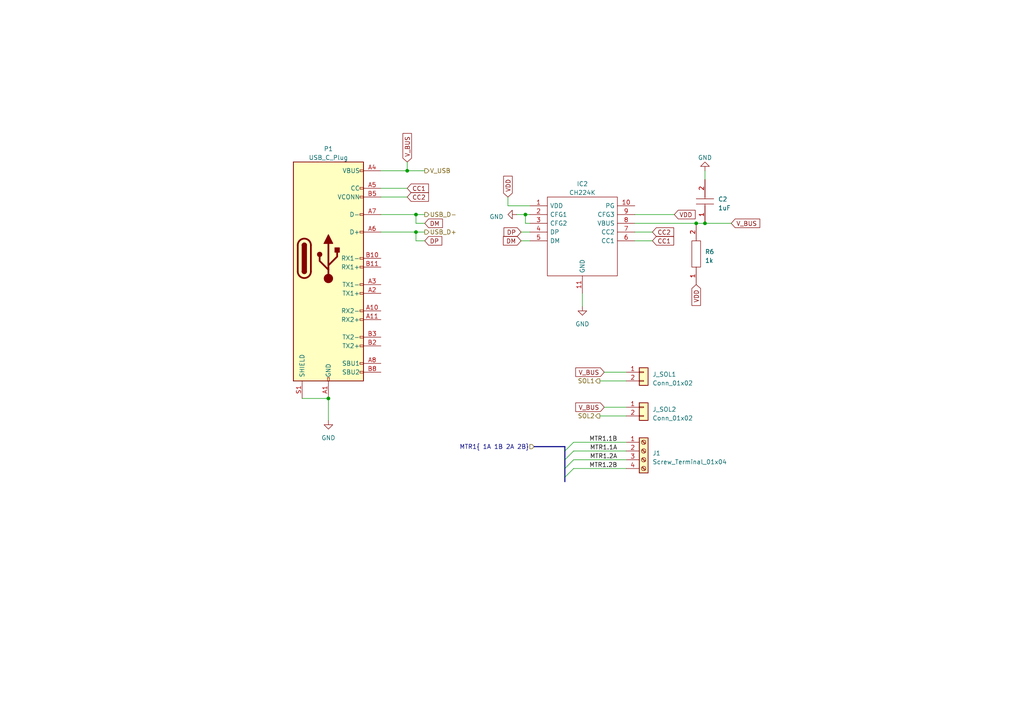
<source format=kicad_sch>
(kicad_sch (version 20230121) (generator eeschema)
  (paper "A4")
  (lib_symbols
    (symbol "Connector:Screw_Terminal_01x04" (pin_names (offset 1.016) hide)
      (property "Reference" "J" (at 0 5.08 0))
      (property "Value" "Screw_Terminal_01x04" (at 0 -7.62 0))
      (symbol "Screw_Terminal_01x04_1_1"
        (rectangle (start -1.27 3.81) (end 1.27 -6.35) (stroke (width 0.254)) (fill (type background)))
        (circle (center 0 -5.08) (radius 0.635) (stroke (width 0.1524)))
        (circle (center 0 -2.54) (radius 0.635) (stroke (width 0.1524)))
        (polyline (pts (xy -0.5334 -4.7498) (xy 0.3302 -5.588)) (stroke (width 0.1524)))
        (polyline (pts (xy -0.5334 -2.2098) (xy 0.3302 -3.048)) (stroke (width 0.1524)))
        (polyline (pts (xy -0.5334 0.3302) (xy 0.3302 -0.508)) (stroke (width 0.1524)))
        (polyline (pts (xy -0.5334 2.8702) (xy 0.3302 2.032)) (stroke (width 0.1524)))
        (polyline (pts (xy -0.3556 -4.572) (xy 0.508 -5.4102)) (stroke (width 0.1524)))
        (polyline (pts (xy -0.3556 -2.032) (xy 0.508 -2.8702)) (stroke (width 0.1524)))
        (polyline (pts (xy -0.3556 0.508) (xy 0.508 -0.3302)) (stroke (width 0.1524)))
        (polyline (pts (xy -0.3556 3.048) (xy 0.508 2.2098)) (stroke (width 0.1524)))
        (circle (center 0 0) (radius 0.635) (stroke (width 0.1524)))
        (circle (center 0 2.54) (radius 0.635) (stroke (width 0.1524)))
        (pin passive line (at -5.08 2.54 0) (length 3.81) (name "Pin_1") (number "1"))
        (pin passive line (at -5.08 0 0) (length 3.81) (name "Pin_2") (number "2"))
        (pin passive line (at -5.08 -2.54 0) (length 3.81) (name "Pin_3") (number "3"))
        (pin passive line (at -5.08 -5.08 0) (length 3.81) (name "Pin_4") (number "4"))
      )
    )
    (symbol "Connector:USB_C_Plug" (pin_names (offset 1.016))
      (property "Reference" "P" (at -10.16 29.21 0))
      (property "Value" "USB_C_Plug" (at 10.16 29.21 0))
      (symbol "USB_C_Plug_0_0"
        (rectangle (start -0.254 -35.56) (end 0.254 -34.544))
        (rectangle (start 10.16 -32.766) (end 9.144 -33.274))
        (rectangle (start 10.16 -30.226) (end 9.144 -30.734))
        (rectangle (start 10.16 -25.146) (end 9.144 -25.654))
        (rectangle (start 10.16 -22.606) (end 9.144 -23.114))
        (rectangle (start 10.16 -17.526) (end 9.144 -18.034))
        (rectangle (start 10.16 -14.986) (end 9.144 -15.494))
        (rectangle (start 10.16 -9.906) (end 9.144 -10.414))
        (rectangle (start 10.16 -7.366) (end 9.144 -7.874))
        (rectangle (start 10.16 -2.286) (end 9.144 -2.794))
        (rectangle (start 10.16 0.254) (end 9.144 -0.254))
        (rectangle (start 10.16 7.874) (end 9.144 7.366))
        (rectangle (start 10.16 12.954) (end 9.144 12.446))
        (rectangle (start 10.16 18.034) (end 9.144 17.526))
        (rectangle (start 10.16 20.574) (end 9.144 20.066))
        (rectangle (start 10.16 25.654) (end 9.144 25.146))
      )
      (symbol "USB_C_Plug_0_1"
        (rectangle (start -10.16 27.94) (end 10.16 -35.56) (stroke (width 0.254)) (fill (type background)))
        (arc (start -8.89 -3.81) (mid -6.985 -5.7067) (end -5.08 -3.81) (stroke (width 0.508)))
        (arc (start -7.62 -3.81) (mid -6.985 -4.4423) (end -6.35 -3.81) (stroke (width 0.254)))
        (arc (start -7.62 -3.81) (mid -6.985 -4.4423) (end -6.35 -3.81) (stroke (width 0.254)) (fill (type outline)))
        (rectangle (start -7.62 -3.81) (end -6.35 3.81) (stroke (width 0.254)) (fill (type outline)))
        (arc (start -6.35 3.81) (mid -6.985 4.4423) (end -7.62 3.81) (stroke (width 0.254)))
        (arc (start -6.35 3.81) (mid -6.985 4.4423) (end -7.62 3.81) (stroke (width 0.254)) (fill (type outline)))
        (arc (start -5.08 3.81) (mid -6.985 5.7067) (end -8.89 3.81) (stroke (width 0.508)))
        (polyline (pts (xy -8.89 -3.81) (xy -8.89 3.81)) (stroke (width 0.508)))
        (polyline (pts (xy -5.08 3.81) (xy -5.08 -3.81)) (stroke (width 0.508)))
      )
      (symbol "USB_C_Plug_1_1"
        (circle (center -2.54 1.143) (radius 0.635) (stroke (width 0.254)) (fill (type outline)))
        (circle (center 0 -5.842) (radius 1.27) (fill (type outline)))
        (polyline (pts (xy 0 -5.842) (xy 0 4.318)) (stroke (width 0.508)))
        (polyline (pts (xy 0 -3.302) (xy -2.54 -0.762) (xy -2.54 0.508)) (stroke (width 0.508)))
        (polyline (pts (xy 0 -2.032) (xy 2.54 0.508) (xy 2.54 1.778)) (stroke (width 0.508)))
        (polyline (pts (xy -1.27 4.318) (xy 0 6.858) (xy 1.27 4.318) (xy -1.27 4.318)) (stroke (width 0.254)) (fill (type outline)))
        (rectangle (start 1.905 1.778) (end 3.175 3.048) (stroke (width 0.254)) (fill (type outline)))
        (pin passive line (at 0 -40.64 90) (length 5.08) (name "GND") (number "A1"))
        (pin bidirectional line (at 15.24 -15.24 180) (length 5.08) (name "RX2-") (number "A10"))
        (pin bidirectional line (at 15.24 -17.78 180) (length 5.08) (name "RX2+") (number "A11"))
        (pin passive line (at 0 -40.64 90) (length 5.08) hide (name "GND") (number "A12"))
        (pin bidirectional line (at 15.24 -10.16 180) (length 5.08) (name "TX1+") (number "A2"))
        (pin bidirectional line (at 15.24 -7.62 180) (length 5.08) (name "TX1-") (number "A3"))
        (pin passive line (at 15.24 25.4 180) (length 5.08) (name "VBUS") (number "A4"))
        (pin bidirectional line (at 15.24 20.32 180) (length 5.08) (name "CC") (number "A5"))
        (pin bidirectional line (at 15.24 7.62 180) (length 5.08) (name "D+") (number "A6"))
        (pin bidirectional line (at 15.24 12.7 180) (length 5.08) (name "D-") (number "A7"))
        (pin bidirectional line (at 15.24 -30.48 180) (length 5.08) (name "SBU1") (number "A8"))
        (pin passive line (at 15.24 25.4 180) (length 5.08) hide (name "VBUS") (number "A9"))
        (pin passive line (at 0 -40.64 90) (length 5.08) hide (name "GND") (number "B1"))
        (pin bidirectional line (at 15.24 0 180) (length 5.08) (name "RX1-") (number "B10"))
        (pin bidirectional line (at 15.24 -2.54 180) (length 5.08) (name "RX1+") (number "B11"))
        (pin passive line (at 0 -40.64 90) (length 5.08) hide (name "GND") (number "B12"))
        (pin bidirectional line (at 15.24 -25.4 180) (length 5.08) (name "TX2+") (number "B2"))
        (pin bidirectional line (at 15.24 -22.86 180) (length 5.08) (name "TX2-") (number "B3"))
        (pin passive line (at 15.24 25.4 180) (length 5.08) hide (name "VBUS") (number "B4"))
        (pin bidirectional line (at 15.24 17.78 180) (length 5.08) (name "VCONN") (number "B5"))
        (pin bidirectional line (at 15.24 -33.02 180) (length 5.08) (name "SBU2") (number "B8"))
        (pin passive line (at 15.24 25.4 180) (length 5.08) hide (name "VBUS") (number "B9"))
        (pin passive line (at -7.62 -40.64 90) (length 5.08) (name "SHIELD") (number "S1"))
      )
    )
    (symbol "Connector_Generic:Conn_01x02" (pin_names (offset 1.016) hide)
      (property "Reference" "J" (at 0 2.54 0))
      (property "Value" "Conn_01x02" (at 0 -5.08 0))
      (symbol "Conn_01x02_1_1"
        (rectangle (start -1.27 -2.413) (end 0 -2.667) (stroke (width 0.1524)))
        (rectangle (start -1.27 0.127) (end 0 -0.127) (stroke (width 0.1524)))
        (rectangle (start -1.27 1.27) (end 1.27 -3.81) (stroke (width 0.254)) (fill (type background)))
        (pin passive line (at -5.08 0 0) (length 3.81) (name "Pin_1") (number "1"))
        (pin passive line (at -5.08 -2.54 0) (length 3.81) (name "Pin_2") (number "2"))
      )
    )
    (symbol "SamacSys_Parts:0402B102K500NT" (pin_names (offset 0.762))
      (property "Reference" "C" (at 8.89 6.35 0))
      (property "Value" "0402B102K500NT" (at 8.89 3.81 0))
      (symbol "0402B102K500NT_0_0"
        (pin passive line (at 0 0 0) (length 5.08) (name "~") (number "1"))
        (pin passive line (at 12.7 0 180) (length 5.08) (name "~") (number "2"))
      )
      (symbol "0402B102K500NT_0_1"
        (polyline (pts (xy 5.08 0) (xy 5.588 0)) (stroke (width 0.1524)))
        (polyline (pts (xy 5.588 2.54) (xy 5.588 -2.54)) (stroke (width 0.1524)))
        (polyline (pts (xy 7.112 0) (xy 7.62 0)) (stroke (width 0.1524)))
        (polyline (pts (xy 7.112 2.54) (xy 7.112 -2.54)) (stroke (width 0.1524)))
      )
    )
    (symbol "SamacSys_Parts:CH224K" (pin_names (offset 0.762))
      (property "Reference" "IC" (at 26.67 7.62 0))
      (property "Value" "CH224K" (at 26.67 5.08 0))
      (symbol "CH224K_0_0"
        (pin passive line (at 0 0 0) (length 5.08) (name "VDD") (number "1"))
        (pin passive line (at 30.48 0 180) (length 5.08) (name "PG") (number "10"))
        (pin passive line (at 15.24 -25.4 90) (length 5.08) (name "GND") (number "11"))
        (pin passive line (at 0 -2.54 0) (length 5.08) (name "CFG1") (number "2"))
        (pin passive line (at 0 -5.08 0) (length 5.08) (name "CFG2") (number "3"))
        (pin passive line (at 0 -7.62 0) (length 5.08) (name "DP") (number "4"))
        (pin passive line (at 0 -10.16 0) (length 5.08) (name "DM") (number "5"))
        (pin passive line (at 30.48 -10.16 180) (length 5.08) (name "CC1") (number "6"))
        (pin passive line (at 30.48 -7.62 180) (length 5.08) (name "CC2") (number "7"))
        (pin passive line (at 30.48 -5.08 180) (length 5.08) (name "VBUS") (number "8"))
        (pin passive line (at 30.48 -2.54 180) (length 5.08) (name "CFG3") (number "9"))
      )
      (symbol "CH224K_0_1"
        (polyline (pts (xy 5.08 2.54) (xy 25.4 2.54) (xy 25.4 -20.32) (xy 5.08 -20.32) (xy 5.08 2.54)) (stroke (width 0.1524)))
      )
    )
    (symbol "SamacSys_Parts:RMCF0603ZT0R00" (pin_names (offset 0.762))
      (property "Reference" "R" (at 13.97 6.35 0))
      (property "Value" "RMCF0603ZT0R00" (at 13.97 3.81 0))
      (symbol "RMCF0603ZT0R00_0_0"
        (pin passive line (at 0 0 0) (length 5.08) (name "~") (number "1"))
        (pin passive line (at 17.78 0 180) (length 5.08) (name "~") (number "2"))
      )
      (symbol "RMCF0603ZT0R00_0_1"
        (polyline (pts (xy 5.08 1.27) (xy 12.7 1.27) (xy 12.7 -1.27) (xy 5.08 -1.27) (xy 5.08 1.27)) (stroke (width 0.1524)))
      )
    )
    (symbol "power:GND" (power) (pin_names (offset 0))
      (property "Value" "GND" (at 0 -3.81 0))
      (symbol "GND_0_1"
        (polyline (pts (xy 0 0) (xy 0 -1.27) (xy 1.27 -1.27) (xy 0 -2.54) (xy -1.27 -1.27) (xy 0 -1.27)))
      )
      (symbol "GND_1_1"
        (pin power_in line (at 0 0 270) (length 0) hide (name "GND") (number "1"))
      )
    )
  )
  (junction (at 120.65 67.31))
  (junction (at 201.93 64.77))
  (junction (at 120.65 62.23))
  (junction (at 152.4 62.23))
  (junction (at 118.11 49.53))
  (junction (at 95.25 115.57))
  (junction (at 204.47 64.77))
  (bus_entry (at 163.83 135.89) (size 2.54 -2.54))
  (bus_entry (at 163.83 130.81) (size 2.54 -2.54))
  (bus_entry (at 163.83 138.43) (size 2.54 -2.54))
  (bus_entry (at 163.83 133.35) (size 2.54 -2.54))
  (wire (pts (xy 175.26 107.95) (xy 181.61 107.95)))
  (wire (pts (xy 147.32 59.69) (xy 153.67 59.69)))
  (wire (pts (xy 204.47 64.77) (xy 212.09 64.77)))
  (wire (pts (xy 110.49 67.31) (xy 120.65 67.31)))
  (bus (pts (xy 163.83 130.81) (xy 163.83 133.35)))
  (wire (pts (xy 173.99 110.49) (xy 181.61 110.49)))
  (bus (pts (xy 163.83 129.54) (xy 163.83 130.81)))
  (wire (pts (xy 153.67 64.77) (xy 152.4 64.77)))
  (wire (pts (xy 173.99 120.65) (xy 181.61 120.65)))
  (wire (pts (xy 120.65 67.31) (xy 123.19 67.31)))
  (wire (pts (xy 151.13 67.31) (xy 153.67 67.31)))
  (wire (pts (xy 151.13 69.85) (xy 153.67 69.85)))
  (wire (pts (xy 184.15 69.85) (xy 189.23 69.85)))
  (wire (pts (xy 152.4 62.23) (xy 153.67 62.23)))
  (wire (pts (xy 184.15 67.31) (xy 189.23 67.31)))
  (wire (pts (xy 118.11 49.53) (xy 123.19 49.53)))
  (wire (pts (xy 123.19 69.85) (xy 120.65 69.85)))
  (wire (pts (xy 120.65 64.77) (xy 120.65 62.23)))
  (wire (pts (xy 184.15 64.77) (xy 201.93 64.77)))
  (wire (pts (xy 120.65 69.85) (xy 120.65 67.31)))
  (wire (pts (xy 181.61 130.81) (xy 166.37 130.81)))
  (wire (pts (xy 110.49 57.15) (xy 118.11 57.15)))
  (wire (pts (xy 149.86 62.23) (xy 152.4 62.23)))
  (wire (pts (xy 201.93 64.77) (xy 204.47 64.77)))
  (wire (pts (xy 168.91 85.09) (xy 168.91 88.9)))
  (bus (pts (xy 163.83 135.89) (xy 163.83 138.43)))
  (wire (pts (xy 123.19 64.77) (xy 120.65 64.77)))
  (wire (pts (xy 87.63 115.57) (xy 95.25 115.57)))
  (wire (pts (xy 147.32 57.15) (xy 147.32 59.69)))
  (wire (pts (xy 120.65 62.23) (xy 123.19 62.23)))
  (wire (pts (xy 95.25 115.57) (xy 95.25 121.92)))
  (wire (pts (xy 110.49 54.61) (xy 118.11 54.61)))
  (wire (pts (xy 118.11 46.99) (xy 118.11 49.53)))
  (wire (pts (xy 110.49 49.53) (xy 118.11 49.53)))
  (wire (pts (xy 152.4 64.77) (xy 152.4 62.23)))
  (wire (pts (xy 175.26 118.11) (xy 181.61 118.11)))
  (wire (pts (xy 204.47 49.53) (xy 204.47 52.07)))
  (wire (pts (xy 181.61 135.89) (xy 166.37 135.89)))
  (wire (pts (xy 184.15 62.23) (xy 195.58 62.23)))
  (wire (pts (xy 181.61 128.27) (xy 166.37 128.27)))
  (bus (pts (xy 163.83 129.54) (xy 154.94 129.54)))
  (bus (pts (xy 163.83 133.35) (xy 163.83 135.89)))
  (bus (pts (xy 163.83 138.43) (xy 163.83 139.7)))
  (wire (pts (xy 181.61 133.35) (xy 166.37 133.35)))
  (wire (pts (xy 110.49 62.23) (xy 120.65 62.23)))
  (label "MTR1.2A" (at 179.07 133.35 180))
  (label "MTR1.1A" (at 179.07 130.81 180))
  (label "MTR1.2B" (at 179.07 135.89 180))
  (label "MTR1.1B" (at 179.07 128.27 180))
  (global_label "CC1" (shape input) (at 118.11 54.61 0) (property "Intersheetrefs" "${INTERSHEET_REFS}" (effects hide)))
  (global_label "CC1" (shape input) (at 189.23 69.85 0) (property "Intersheetrefs" "${INTERSHEET_REFS}" (effects hide)))
  (global_label "V_BUS" (shape input) (at 175.26 118.11 180) (property "Intersheetrefs" "${INTERSHEET_REFS}" (effects hide)))
  (global_label "V_BUS" (shape input) (at 212.09 64.77 0) (property "Intersheetrefs" "${INTERSHEET_REFS}" (effects hide)))
  (global_label "DP" (shape input) (at 123.19 69.85 0) (property "Intersheetrefs" "${INTERSHEET_REFS}" (effects hide)))
  (global_label "DM" (shape input) (at 151.13 69.85 180) (property "Intersheetrefs" "${INTERSHEET_REFS}" (effects hide)))
  (global_label "VDD" (shape input) (at 195.58 62.23 0) (property "Intersheetrefs" "${INTERSHEET_REFS}" (effects hide)))
  (global_label "VDD" (shape input) (at 201.93 82.55 270) (property "Intersheetrefs" "${INTERSHEET_REFS}" (effects hide)))
  (global_label "CC2" (shape input) (at 189.23 67.31 0) (property "Intersheetrefs" "${INTERSHEET_REFS}" (effects hide)))
  (global_label "DM" (shape input) (at 123.19 64.77 0) (property "Intersheetrefs" "${INTERSHEET_REFS}" (effects hide)))
  (global_label "CC2" (shape input) (at 118.11 57.15 0) (property "Intersheetrefs" "${INTERSHEET_REFS}" (effects hide)))
  (global_label "V_BUS" (shape input) (at 175.26 107.95 180) (property "Intersheetrefs" "${INTERSHEET_REFS}" (effects hide)))
  (global_label "VDD" (shape input) (at 147.32 57.15 90) (property "Intersheetrefs" "${INTERSHEET_REFS}" (effects hide)))
  (global_label "DP" (shape input) (at 151.13 67.31 180) (property "Intersheetrefs" "${INTERSHEET_REFS}" (effects hide)))
  (global_label "V_BUS" (shape input) (at 118.11 46.99 90) (property "Intersheetrefs" "${INTERSHEET_REFS}" (effects hide)))
  (hierarchical_label "MTR1{ 1A 1B 2A 2B}" (shape input) (at 154.94 129.54 180))
  (hierarchical_label "SOL1" (shape output) (at 173.99 110.49 180) (property "Intersheetrefs" "${INTERSHEET_REFS}" (effects hide)))
  (hierarchical_label "SOL2" (shape output) (at 173.99 120.65 180) (property "Intersheetrefs" "${INTERSHEET_REFS}" (effects hide)))
  (hierarchical_label "USB_D+" (shape output) (at 123.19 67.31 0) (property "Intersheetrefs" "${INTERSHEET_REFS}" (effects hide)))
  (hierarchical_label "USB_D-" (shape output) (at 123.19 62.23 0) (property "Intersheetrefs" "${INTERSHEET_REFS}" (effects hide)))
  (hierarchical_label "V_USB" (shape output) (at 123.19 49.53 0) (property "Intersheetrefs" "${INTERSHEET_REFS}" (effects hide)))
  (symbol (lib_id "Connector:Screw_Terminal_01x04") (at 186.69 130.81 0) (unit 1)
    (property "Reference" "J1" (at 189.23 131.445 0) (effects (justify left)))
    (property "Value" "Screw_Terminal_01x04" (at 189.23 133.985 0) (effects (justify left)))
  )
  (symbol (lib_id "Connector:USB_C_Plug") (at 95.25 74.93 0) (unit 1)
    (property "Reference" "P1" (at 95.25 43.18 0))
    (property "Value" "USB_C_Plug" (at 95.25 45.72 0))
    (property "Footprint" "Connector_USB:USB_C_Receptacle_GCT_USB4105-xx-A_16P_TopMnt_Horizontal" (effects hide))
    (property "Datasheet" "https://www.usb.org/sites/default/files/documents/usb_type-c.zip" (effects hide))
    (property "LCSC Part Number" "C2982555" (effects hide))
  )
  (symbol (lib_id "Connector_Generic:Conn_01x02") (at 186.69 118.11 0) (unit 1)
    (property "Reference" "J_SOL2" (at 189.23 118.745 0) (effects (justify left)))
    (property "Value" "Conn_01x02" (at 189.23 121.285 0) (effects (justify left)))
    (property "Footprint" "Connector_PinHeader_2.54mm:PinHeader_1x02_P2.54mm_Vertical" (effects hide))
  )
  (symbol (lib_id "SamacSys_Parts:0402B102K500NT") (at 204.47 64.77 90) (unit 1)
    (property "Reference" "C2" (at 208.28 57.785 90) (effects (justify right)))
    (property "Value" "1uF" (at 208.28 60.325 90) (effects (justify right)))
    (property "Footprint" "Capacitor_SMD:C_0603_1608Metric_Pad1.08x0.95mm_HandSolder" (effects hide))
    (property "Datasheet" "https://mm.digikey.com/Volume0/opasdata/d220001/medias/docus/609/CL10A105KA8NNNC_Spec.pdf" (effects hide))
    (property "Description" "CAP CER 1UF 25V X5R 0603" (effects hide))
    (property "Height" "0.55" (effects hide))
    (property "Manufacturer_Name" "YAGEO" (effects hide))
    (property "Manufacturer_Part_Number" "CL10A105KA8NNNC" (effects hide))
    (property "Mouser Part Number" "1276-1102-1-ND" (effects hide))
    (property "Digi-Key_PN" "1276-1102-1-ND" (effects hide))
    (property "LCSC Part Number" "C15849" (effects hide))
    (property "MPN" "C15849" (effects hide))
    (instances (project "Automated_Aquarium_v3" (path "" (reference "C2") (unit 1)) (path "" (reference "C12") (unit 1))) (project "Dot-LED" (path "" (reference "C3") (unit 1)) (path "" (reference "C17") (unit 1))))
  )
  (symbol (lib_id "SamacSys_Parts:RMCF0603ZT0R00") (at 201.93 82.55 90) (unit 1)
    (property "Reference" "R6" (at 204.47 73.025 90) (effects (justify right)))
    (property "Value" "1k" (at 204.47 75.565 90) (effects (justify right)))
    (property "Footprint" "RESC1608X55N" (effects hide))
    (property "Description" "RES, 0603, Jumper" (effects hide))
    (property "Height" "0.55" (effects hide))
    (property "Arrow Part Number" "RMCF0603ZT0R00" (effects hide))
    (property "Arrow Price/Stock" "https://www.arrow.com/en/products/rmcf0603zt0r00/stackpole-electronics?region=nac" (effects hide))
    (property "LCSC Part Number" "C22809" (effects hide))
    (property "MPN" "C22809" (effects hide))
    (instances (project "Automated_Aquarium_v3" (path "" (reference "R6") (unit 1)) (path "" (reference "R12") (unit 1))) (project "Dot-LED" (path "" (reference "R5") (unit 1))))
  )
  (symbol (lib_id "SamacSys_Parts:CH224K") (at 153.67 59.69 0) (unit 1)
    (property "Reference" "IC2" (at 168.91 53.34 0))
    (property "Value" "CH224K" (at 168.91 55.88 0))
    (property "Footprint" "SOP100P600X180-11N" (effects hide))
    (property "Datasheet" "https://datasheet.lcsc.com/lcsc/2204251615_WCH-Jiangsu-Qin-Heng-CH224K_C970725.pdf" (effects hide))
    (property "Description" "ESSOP-10 USB ICs ROHS" (effects hide))
    (property "Height" "1.8" (effects hide))
    (property "Manufacturer_Name" "WCH" (effects hide))
    (property "Manufacturer_Part_Number" "CH224K" (effects hide))
    (property "LCSC Part Number" "C970725" (effects hide))
  )
  (symbol (lib_id "power:GND") (at 95.25 121.92 0) (unit 1)
    (property "Reference" "#PWR02" (effects hide))
    (property "Value" "GND" (at 95.25 127 0))
  )
  (symbol (lib_id "Connector_Generic:Conn_01x02") (at 186.69 107.95 0) (unit 1)
    (property "Reference" "J_SOL1" (at 189.23 108.585 0) (effects (justify left)))
    (property "Value" "Conn_01x02" (at 189.23 111.125 0) (effects (justify left)))
    (property "Footprint" "Connector_PinHeader_2.54mm:PinHeader_1x02_P2.54mm_Vertical" (effects hide))
  )
  (symbol (lib_id "power:GND") (at 149.86 62.23 270) (unit 1)
    (property "Reference" "#PWR015" (effects hide))
    (property "Value" "GND" (at 146.05 62.865 90) (effects (justify right)))
    (instances (project "Automated_Aquarium_v3" (path "" (reference "#PWR015") (unit 1))) (project "Dot-LED" (path "" (reference "#PWR02") (unit 1))))
  )
  (symbol (lib_id "power:GND") (at 168.91 88.9 0) (unit 1)
    (property "Reference" "#PWR013" (effects hide))
    (property "Value" "GND" (at 168.91 93.98 0))
    (instances (project "Automated_Aquarium_v3" (path "" (reference "#PWR013") (unit 1))) (project "Dot-LED" (path "" (reference "#PWR02") (unit 1))))
  )
  (symbol (lib_id "power:GND") (at 204.47 49.53 180) (unit 1)
    (property "Reference" "#PWR07" (effects hide))
    (property "Value" "GND" (at 204.47 45.72 0))
    (instances (project "Automated_Aquarium_v3" (path "" (reference "#PWR07") (unit 1))) (project "Dot-LED" (path "" (reference "#PWR02") (unit 1))))
  )
)
</source>
